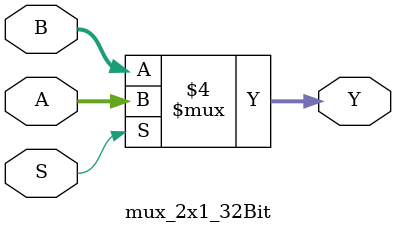
<source format=v>
module inst_fetch(output reg [31:0]DataOut, output reg [31:0]NextPC, output reg [31:0]PC_In, input [31:0]TargetAddress, input [31:0]PC, input condition_handler_in);
    wire [31:0]DOut;
    wire [31:0]MOut;
    
    ram256x32_inst ram1 (DOut, 1'b1, PC);
    
    mux_2x1_32Bit mux (MOut, condition_handler_in, NextPC, TargetAddress);
    
    always @(*)
        begin
            NextPC <= PC + 4;
            #5 DataOut <= DOut;
            #5 PC_In <= MOut;
        end
endmodule

module mux_2x1_32Bit (output reg [31:0] Y, input S, input [31:0] A, B);
    always @ (*)
        if (!S) Y = B;
        else Y = A;
endmodule
</source>
